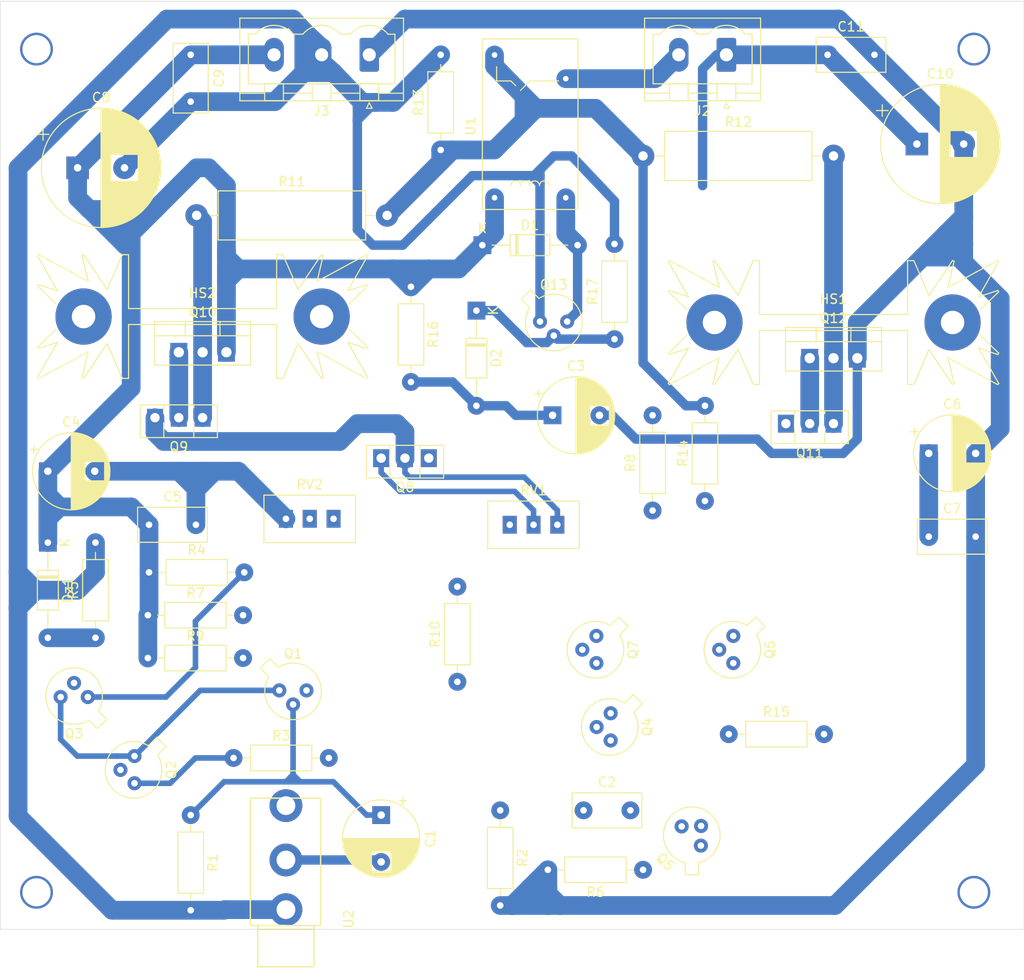
<source format=kicad_pcb>
(kicad_pcb (version 20171130) (host pcbnew "(5.1.5)-3")
  (layers (0 F.Cu signal) (31 B.Cu signal) (34 B.Paste user) (35 F.Paste user) (36 B.SilkS user) (37 F.SilkS user) (38 B.Mask user) (39 F.Mask user) (44 Edge.Cuts user))
  (net 0 "")
  (net 1 "Net-(C1-Pad1)")
  (net 2 "Net-(C1-Pad2)")
  (net 3 "Net-(C2-Pad1)")
  (net 4 "Net-(C2-Pad2)")
  (net 5 "Net-(C3-Pad1)")
  (net 6 -12V)
  (net 7 GND)
  (net 8 +12V)
  (net 9 "Net-(D1-Pad2)")
  (net 10 "Net-(D2-Pad1)")
  (net 11 "Net-(Dz1-Pad2)")
  (net 12 "Net-(Q1-Pad1)")
  (net 13 "Net-(Q2-Pad3)")
  (net 14 "Net-(Q2-Pad2)")
  (net 15 "Net-(Q3-Pad1)")
  (net 16 "Net-(Q4-Pad1)")
  (net 17 "Net-(Q5-Pad1)")
  (net 18 "Net-(Q6-Pad1)")
  (net 19 "Net-(Q6-Pad2)")
  (net 20 "Net-(Q6-Pad3)")
  (net 21 "Net-(Q7-Pad1)")
  (net 22 "Net-(Q8-Pad3)")
  (net 23 "Net-(Q10-Pad2)")
  (net 24 "Net-(Q10-Pad1)")
  (net 25 "Net-(Q11-Pad1)")
  (net 26 "Net-(Q11-Pad2)")
  (net 27 "Net-(R8-Pad1)")
  (net 28 "Net-(R10-Pad2)")
  (net 29 "Net-(R11-Pad2)")
  (net 30 "Net-(U2-PadTN)")
  (net 31 "Net-(J2-Pad2)")
  (module CmpAmpliAudio:CP_Radial_D8.0mm_P5.00mm (layer F.Cu) (at 66.04 112.268 270)
    (fp_text reference C1 (at 2.5 -5.25 90) (layer F.SilkS))
    (fp_text value 47u)
    (pad 1 thru_hole rect (at 0 0 270) (size 1.9 1.9) (drill 0.8) (layers *.Cu *.Mask) (net 1 "Net-(C1-Pad1)"))
    (pad 2 thru_hole circle (at 5 0 270) (size 1.9 1.9) (drill 0.8) (layers *.Cu *.Mask) (net 2 "Net-(C1-Pad2)"))
  )
  (module CmpAmpliAudio:C_Rect_L7.2mm_W3.5mm_P5.00mm_FKS2_FKP2_MKS2_MKP2 (layer F.Cu) (at 87.63 111.76)
    (fp_text reference C2 (at 2.5 -3) (layer F.SilkS))
    (fp_text value C)
    (pad 1 thru_hole circle (at 0 0) (size 1.9 1.9) (drill 0.7) (layers *.Cu *.Mask) (net 3 "Net-(C2-Pad1)"))
    (pad 2 thru_hole circle (at 5 0) (size 1.9 1.9) (drill 0.7) (layers *.Cu *.Mask) (net 4 "Net-(C2-Pad2)"))
  )
  (module CmpAmpliAudio:CP_Radial_D8.0mm_P5.00mm (layer F.Cu) (at 84.328 69.596)
    (fp_text reference C3 (at 2.5 -5.25) (layer F.SilkS))
    (fp_text value 47u)
    (pad 1 thru_hole rect (at 0 0) (size 1.9 1.9) (drill 0.8) (layers *.Cu *.Mask) (net 5 "Net-(C3-Pad1)"))
    (pad 2 thru_hole circle (at 5 0) (size 1.9 1.9) (drill 0.8) (layers *.Cu *.Mask) (net 6 -12V))
  )
  (module CmpAmpliAudio:CP_Radial_D8.0mm_P5.00mm (layer F.Cu) (at 30.48 75.565)
    (fp_text reference C4 (at 2.5 -5.25) (layer F.SilkS))
    (fp_text value 47u)
    (pad 2 thru_hole circle (at 5 0) (size 1.9 1.9) (drill 0.8) (layers *.Cu *.Mask) (net 7 GND))
    (pad 1 thru_hole rect (at 0 0) (size 1.9 1.9) (drill 0.8) (layers *.Cu *.Mask) (net 8 +12V))
  )
  (module CmpAmpliAudio:C_Rect_L7.2mm_W3.5mm_P5.00mm_FKS2_FKP2_MKS2_MKP2 (layer F.Cu) (at 41.275 81.28)
    (fp_text reference C5 (at 2.5 -3) (layer F.SilkS))
    (fp_text value 100n)
    (pad 1 thru_hole circle (at 0 0) (size 1.9 1.9) (drill 0.7) (layers *.Cu *.Mask) (net 8 +12V))
    (pad 2 thru_hole circle (at 5 0) (size 1.9 1.9) (drill 0.7) (layers *.Cu *.Mask) (net 7 GND))
  )
  (module CmpAmpliAudio:CP_Radial_D8.0mm_P5.00mm (layer F.Cu) (at 124.46 73.66)
    (fp_text reference C6 (at 2.5 -5.25) (layer F.SilkS))
    (fp_text value 47u)
    (pad 2 thru_hole circle (at 5 0) (size 1.9 1.9) (drill 0.8) (layers *.Cu *.Mask) (net 6 -12V))
    (pad 1 thru_hole rect (at 0 0) (size 1.9 1.9) (drill 0.8) (layers *.Cu *.Mask) (net 7 GND))
  )
  (module CmpAmpliAudio:C_Rect_L7.2mm_W3.5mm_P5.00mm_FKS2_FKP2_MKS2_MKP2 (layer F.Cu) (at 124.46 82.55)
    (fp_text reference C7 (at 2.5 -3) (layer F.SilkS))
    (fp_text value 100n)
    (pad 2 thru_hole circle (at 5 0) (size 1.9 1.9) (drill 0.7) (layers *.Cu *.Mask) (net 6 -12V))
    (pad 1 thru_hole circle (at 0 0) (size 1.9 1.9) (drill 0.7) (layers *.Cu *.Mask) (net 7 GND))
  )
  (module CmpAmpliAudio:CP_Radial_D12.5mm_P5.00mm (layer F.Cu) (at 33.655 43.18)
    (fp_text reference C8 (at 2.5 -7.5) (layer F.SilkS))
    (fp_text value 470u)
    (pad 2 thru_hole circle (at 5 0) (size 2.4 2.4) (drill 0.8) (layers *.Cu *.Mask) (net 7 GND))
    (pad 1 thru_hole rect (at 0 0) (size 2.4 2.4) (drill 0.8) (layers *.Cu *.Mask) (net 8 +12V))
  )
  (module CmpAmpliAudio:C_Rect_L7.2mm_W3.5mm_P5.00mm_FKS2_FKP2_MKS2_MKP2 (layer F.Cu) (at 45.72 31.115 270)
    (fp_text reference C9 (at 2.5 -3 90) (layer F.SilkS))
    (fp_text value 100n)
    (pad 1 thru_hole circle (at 0 0 270) (size 1.9 1.9) (drill 0.7) (layers *.Cu *.Mask) (net 8 +12V))
    (pad 2 thru_hole circle (at 5 0 270) (size 1.9 1.9) (drill 0.7) (layers *.Cu *.Mask) (net 7 GND))
  )
  (module CmpAmpliAudio:CP_Radial_D12.5mm_P5.00mm (layer F.Cu) (at 123.19 40.64)
    (fp_text reference C10 (at 2.5 -7.5) (layer F.SilkS))
    (fp_text value 470u)
    (pad 1 thru_hole rect (at 0 0) (size 2.4 2.4) (drill 0.8) (layers *.Cu *.Mask) (net 7 GND))
    (pad 2 thru_hole circle (at 5 0) (size 2.4 2.4) (drill 0.8) (layers *.Cu *.Mask) (net 6 -12V))
  )
  (module CmpAmpliAudio:C_Rect_L7.2mm_W3.5mm_P5.00mm_FKS2_FKP2_MKS2_MKP2 (layer F.Cu) (at 113.665 31.115)
    (fp_text reference C11 (at 2.5 -3) (layer F.SilkS))
    (fp_text value 100n)
    (pad 2 thru_hole circle (at 5 0) (size 1.9 1.9) (drill 0.7) (layers *.Cu *.Mask) (net 6 -12V))
    (pad 1 thru_hole circle (at 0 0) (size 1.9 1.9) (drill 0.7) (layers *.Cu *.Mask) (net 7 GND))
  )
  (module CmpAmpliAudio:D_DO-35_SOD27_P10.16mm_Horizontal (layer F.Cu) (at 76.835 51.435)
    (fp_text reference D1 (at 5.08 -2.12) (layer F.SilkS))
    (fp_text value 1N4148)
    (fp_text user K (at 0 -1.8) (layer F.SilkS))
    (pad 2 thru_hole oval (at 10.16 0) (size 1.9 1.9) (drill 0.7) (layers *.Cu *.Mask) (net 9 "Net-(D1-Pad2)"))
    (pad 1 thru_hole rect (at 0 0) (size 1.9 1.9) (drill 0.7) (layers *.Cu *.Mask) (net 8 +12V))
  )
  (module CmpAmpliAudio:D_DO-35_SOD27_P10.16mm_Horizontal (layer F.Cu) (at 76.2 58.42 270)
    (fp_text reference D2 (at 5.08 -2.12 90) (layer F.SilkS))
    (fp_text value 1N4148)
    (fp_text user K (at 0 -1.8 90) (layer F.SilkS))
    (pad 1 thru_hole rect (at 0 0 270) (size 1.9 1.9) (drill 0.7) (layers *.Cu *.Mask) (net 10 "Net-(D2-Pad1)"))
    (pad 2 thru_hole oval (at 10.16 0 270) (size 1.9 1.9) (drill 0.7) (layers *.Cu *.Mask) (net 5 "Net-(C3-Pad1)"))
  )
  (module CmpAmpliAudio:D_DO-35_SOD27_P10.16mm_Horizontal (layer F.Cu) (at 30.48 83.185 270)
    (fp_text reference Dz1 (at 5.08 -2.12 90) (layer F.SilkS))
    (fp_text value BZX55C5V1)
    (fp_text user K (at 0 -1.8 90) (layer F.SilkS))
    (pad 1 thru_hole rect (at 0 0 270) (size 1.9 1.9) (drill 0.7) (layers *.Cu *.Mask) (net 8 +12V))
    (pad 2 thru_hole oval (at 10.16 0 270) (size 1.9 1.9) (drill 0.7) (layers *.Cu *.Mask) (net 11 "Net-(Dz1-Pad2)"))
  )
  (module CmpAmpliAudio:Heatsink_Fischer_SK104-STC-STIC_35x13mm_2xDrill2.5mm (layer F.Cu) (at 114.3 59.69)
    (fp_text reference HS1 (at -0.025 -2.5) (layer F.SilkS))
    (fp_text value Heatsink)
    (pad 1 thru_hole circle (at -12.7 0 180) (size 6 6) (drill 2.5) (layers *.Cu *.Mask))
    (pad 1 thru_hole circle (at 12.7 0) (size 6 6) (drill 2.5) (layers *.Cu *.Mask))
  )
  (module CmpAmpliAudio:Heatsink_Fischer_SK104-STC-STIC_35x13mm_2xDrill2.5mm (layer F.Cu) (at 46.99 59.055)
    (fp_text reference HS2 (at -0.025 -2.5) (layer F.SilkS))
    (fp_text value Heatsink)
    (pad 1 thru_hole circle (at 12.7 0) (size 6 6) (drill 2.5) (layers *.Cu *.Mask))
    (pad 1 thru_hole circle (at -12.7 0 180) (size 6 6) (drill 2.5) (layers *.Cu *.Mask))
  )
  (module CmpAmpliAudio:PhoenixContact_MSTBVA_2,5_2-G-5,08_1x02_P5.08mm_Vertical (layer F.Cu) (at 102.87 31.115 180)
    (fp_text reference J2 (at 2.54 -6) (layer F.SilkS))
    (fp_text value Conn_01x02)
    (pad 1 thru_hole roundrect (at 0 0 180) (size 2.08 3.6) (drill 1.4) (layers *.Cu *.Mask) (roundrect_rratio 0.120192) (net 7 GND))
    (pad 2 thru_hole oval (at 5.08 0 180) (size 2.08 3.6) (drill 1.4) (layers *.Cu *.Mask) (net 31 "Net-(J2-Pad2)"))
  )
  (module CmpAmpliAudio:PhoenixContact_MSTBVA_2,5_3-G-5,08_1x03_P5.08mm_Vertical (layer F.Cu) (at 64.77 31.115 180)
    (fp_text reference J3 (at 5.08 -6) (layer F.SilkS))
    (fp_text value Conn_01x03)
    (pad 1 thru_hole roundrect (at 0 0 180) (size 2.08 3.6) (drill 1.4) (layers *.Cu *.Mask) (roundrect_rratio 0.120192) (net 6 -12V))
    (pad 2 thru_hole oval (at 5.08 0 180) (size 2.08 3.6) (drill 1.4) (layers *.Cu *.Mask) (net 7 GND))
    (pad 3 thru_hole oval (at 10.16 0 180) (size 2.08 3.6) (drill 1.4) (layers *.Cu *.Mask) (net 8 +12V))
  )
  (module CmpAmpliAudio:TO-18-3 (layer F.Cu) (at 55.372 99.06)
    (fp_text reference Q1 (at 1.27 -4.02) (layer F.SilkS))
    (fp_text value 2N2907)
    (pad 3 thru_hole circle (at 2.7 -0.1) (size 1.5 1.5) (drill 0.7) (layers *.Cu *.Mask) (net 3 "Net-(C2-Pad1)"))
    (pad 2 thru_hole circle (at 1.27 1.4) (size 1.5 1.5) (drill 0.7) (layers *.Cu *.Mask) (net 1 "Net-(C1-Pad1)"))
    (pad 1 thru_hole circle (at -0.2 -0.1) (size 1.5 1.5) (drill 0.7) (layers *.Cu *.Mask) (net 12 "Net-(Q1-Pad1)"))
  )
  (module CmpAmpliAudio:TO-18-3 (layer F.Cu) (at 39.624 106.172 270)
    (fp_text reference Q2 (at 1.27 -4.02 90) (layer F.SilkS))
    (fp_text value 2N2907)
    (pad 3 thru_hole circle (at 2.7 -0.1 270) (size 1.5 1.5) (drill 0.7) (layers *.Cu *.Mask) (net 13 "Net-(Q2-Pad3)"))
    (pad 2 thru_hole circle (at 1.27 1.4 270) (size 1.5 1.5) (drill 0.7) (layers *.Cu *.Mask) (net 14 "Net-(Q2-Pad2)"))
    (pad 1 thru_hole circle (at -0.2 -0.1 270) (size 1.5 1.5) (drill 0.7) (layers *.Cu *.Mask) (net 12 "Net-(Q1-Pad1)"))
  )
  (module CmpAmpliAudio:TO-18-3 (layer F.Cu) (at 34.544 99.568 180)
    (fp_text reference Q3 (at 1.27 -4.02) (layer F.SilkS))
    (fp_text value 2N2907)
    (pad 1 thru_hole circle (at -0.2 -0.1 180) (size 1.5 1.5) (drill 0.7) (layers *.Cu *.Mask) (net 15 "Net-(Q3-Pad1)"))
    (pad 2 thru_hole circle (at 1.27 1.4 180) (size 1.5 1.5) (drill 0.7) (layers *.Cu *.Mask) (net 11 "Net-(Dz1-Pad2)"))
    (pad 3 thru_hole circle (at 2.7 -0.1 180) (size 1.5 1.5) (drill 0.7) (layers *.Cu *.Mask) (net 12 "Net-(Q1-Pad1)"))
  )
  (module CmpAmpliAudio:TO-18-3 (layer F.Cu) (at 90.424 101.6 270)
    (fp_text reference Q4 (at 1.27 -4.02 90) (layer F.SilkS))
    (fp_text value 2N2222)
    (pad 3 thru_hole circle (at 2.7 -0.1 270) (size 1.5 1.5) (drill 0.7) (layers *.Cu *.Mask) (net 4 "Net-(C2-Pad2)"))
    (pad 2 thru_hole circle (at 1.27 1.4 270) (size 1.5 1.5) (drill 0.7) (layers *.Cu *.Mask) (net 3 "Net-(C2-Pad1)"))
    (pad 1 thru_hole circle (at -0.2 -0.1 270) (size 1.5 1.5) (drill 0.7) (layers *.Cu *.Mask) (net 16 "Net-(Q4-Pad1)"))
  )
  (module CmpAmpliAudio:TO-18-3 (layer F.Cu) (at 100.076 115.316 135)
    (fp_text reference Q5 (at 1.27 -4.02 135) (layer F.SilkS))
    (fp_text value 2N2222)
    (pad 1 thru_hole circle (at -0.2 -0.1 135) (size 1.5 1.5) (drill 0.7) (layers *.Cu *.Mask) (net 17 "Net-(Q5-Pad1)"))
    (pad 2 thru_hole circle (at 1.27 1.4 135) (size 1.5 1.5) (drill 0.7) (layers *.Cu *.Mask) (net 16 "Net-(Q4-Pad1)"))
    (pad 3 thru_hole circle (at 2.7 -0.1 135) (size 1.5 1.5) (drill 0.7) (layers *.Cu *.Mask) (net 4 "Net-(C2-Pad2)"))
  )
  (module CmpAmpliAudio:TO-18-3 (layer F.Cu) (at 103.505 93.345 270)
    (fp_text reference Q6 (at 1.27 -4.02 90) (layer F.SilkS))
    (fp_text value 2N2907)
    (pad 1 thru_hole circle (at -0.2 -0.1 270) (size 1.5 1.5) (drill 0.7) (layers *.Cu *.Mask) (net 18 "Net-(Q6-Pad1)"))
    (pad 2 thru_hole circle (at 1.27 1.4 270) (size 1.5 1.5) (drill 0.7) (layers *.Cu *.Mask) (net 19 "Net-(Q6-Pad2)"))
    (pad 3 thru_hole circle (at 2.7 -0.1 270) (size 1.5 1.5) (drill 0.7) (layers *.Cu *.Mask) (net 20 "Net-(Q6-Pad3)"))
  )
  (module CmpAmpliAudio:TO-18-3 (layer F.Cu) (at 88.9 93.345 270)
    (fp_text reference Q7 (at 1.27 -4.02 90) (layer F.SilkS))
    (fp_text value 2N2907)
    (pad 1 thru_hole circle (at -0.2 -0.1 270) (size 1.5 1.5) (drill 0.7) (layers *.Cu *.Mask) (net 21 "Net-(Q7-Pad1)"))
    (pad 2 thru_hole circle (at 1.27 1.4 270) (size 1.5 1.5) (drill 0.7) (layers *.Cu *.Mask) (net 19 "Net-(Q6-Pad2)"))
    (pad 3 thru_hole circle (at 2.7 -0.1 270) (size 1.5 1.5) (drill 0.7) (layers *.Cu *.Mask) (net 19 "Net-(Q6-Pad2)"))
  )
  (module CmpAmpliAudio:TO-126-3_Vertical (layer F.Cu) (at 71.12 74.168 180)
    (fp_text reference Q8 (at 2.54 -3.12) (layer F.SilkS))
    (fp_text value BD139)
    (pad 3 thru_hole rect (at 5.08 0 180) (size 1.7 1.9) (drill 1) (layers *.Cu *.Mask) (net 22 "Net-(Q8-Pad3)"))
    (pad 2 thru_hole rect (at 2.54 0 180) (size 1.7 1.9) (drill 1) (layers *.Cu *.Mask) (net 20 "Net-(Q6-Pad3)"))
    (pad 1 thru_hole rect (at 0 0 180) (size 1.7 1.9) (drill 1) (layers *.Cu *.Mask) (net 4 "Net-(C2-Pad2)"))
  )
  (module CmpAmpliAudio:TO-126-3_Vertical (layer F.Cu) (at 46.99 69.85 180)
    (fp_text reference Q9 (at 2.54 -3.12) (layer F.SilkS))
    (fp_text value BD139)
    (pad 1 thru_hole rect (at 0 0 180) (size 1.7 1.9) (drill 1) (layers *.Cu *.Mask) (net 23 "Net-(Q10-Pad2)"))
    (pad 2 thru_hole rect (at 2.54 0 180) (size 1.7 1.9) (drill 1) (layers *.Cu *.Mask) (net 24 "Net-(Q10-Pad1)"))
    (pad 3 thru_hole rect (at 5.08 0 180) (size 1.7 1.9) (drill 1) (layers *.Cu *.Mask) (net 20 "Net-(Q6-Pad3)"))
  )
  (module CmpAmpliAudio:TO-220-3_Vertical (layer F.Cu) (at 44.45 62.865)
    (fp_text reference Q10 (at 2.54 -4.27) (layer F.SilkS))
    (fp_text value TIP32)
    (pad 1 thru_hole rect (at 0 0) (size 1.8 2) (drill 1.1) (layers *.Cu *.Mask) (net 24 "Net-(Q10-Pad1)"))
    (pad 2 thru_hole rect (at 2.54 0) (size 1.8 2) (drill 1.1) (layers *.Cu *.Mask) (net 23 "Net-(Q10-Pad2)"))
    (pad 3 thru_hole rect (at 5.08 0) (size 1.8 2) (drill 1.1) (layers *.Cu *.Mask) (net 8 +12V))
  )
  (module CmpAmpliAudio:TO-126-3_Vertical (layer F.Cu) (at 114.3 70.485 180)
    (fp_text reference Q11 (at 2.54 -3.12) (layer F.SilkS))
    (fp_text value BD138)
    (pad 1 thru_hole rect (at 0 0 180) (size 1.7 1.9) (drill 1) (layers *.Cu *.Mask) (net 25 "Net-(Q11-Pad1)"))
    (pad 2 thru_hole rect (at 2.54 0 180) (size 1.7 1.9) (drill 1) (layers *.Cu *.Mask) (net 26 "Net-(Q11-Pad2)"))
    (pad 3 thru_hole rect (at 5.08 0 180) (size 1.7 1.9) (drill 1) (layers *.Cu *.Mask) (net 4 "Net-(C2-Pad2)"))
  )
  (module CmpAmpliAudio:TO-220-3_Vertical (layer F.Cu) (at 111.76 63.5)
    (fp_text reference Q12 (at 2.54 -4.27) (layer F.SilkS))
    (fp_text value TIP31)
    (pad 3 thru_hole rect (at 5.08 0) (size 1.8 2) (drill 1.1) (layers *.Cu *.Mask) (net 6 -12V))
    (pad 2 thru_hole rect (at 2.54 0) (size 1.8 2) (drill 1.1) (layers *.Cu *.Mask) (net 25 "Net-(Q11-Pad1)"))
    (pad 1 thru_hole rect (at 0 0) (size 1.8 2) (drill 1.1) (layers *.Cu *.Mask) (net 26 "Net-(Q11-Pad2)"))
  )
  (module CmpAmpliAudio:TO-18-3 (layer F.Cu) (at 83.185 59.69)
    (fp_text reference Q13 (at 1.27 -4.02) (layer F.SilkS))
    (fp_text value 2N2222)
    (pad 3 thru_hole circle (at 2.7 -0.1) (size 1.5 1.5) (drill 0.7) (layers *.Cu *.Mask) (net 9 "Net-(D1-Pad2)"))
    (pad 2 thru_hole circle (at 1.27 1.4) (size 1.5 1.5) (drill 0.7) (layers *.Cu *.Mask) (net 10 "Net-(D2-Pad1)"))
    (pad 1 thru_hole circle (at -0.2 -0.1) (size 1.5 1.5) (drill 0.7) (layers *.Cu *.Mask) (net 7 GND))
  )
  (module CmpAmpliAudio:R_Axial_DIN0207_L6.3mm_D2.5mm_P10.16mm_Horizontal (layer F.Cu) (at 45.72 112.268 270)
    (fp_text reference R1 (at 5.08 -2.37 90) (layer F.SilkS))
    (fp_text value R)
    (pad 2 thru_hole circle (at 10.16 0 270) (size 1.9 1.9) (drill 0.7) (layers *.Cu *.Mask) (net 7 GND))
    (pad 1 thru_hole circle (at 0 0 270) (size 1.9 1.9) (drill 0.7) (layers *.Cu *.Mask) (net 1 "Net-(C1-Pad1)"))
  )
  (module CmpAmpliAudio:R_Axial_DIN0207_L6.3mm_D2.5mm_P10.16mm_Horizontal (layer F.Cu) (at 78.74 111.76 270)
    (fp_text reference R2 (at 5.08 -2.37 90) (layer F.SilkS))
    (fp_text value R)
    (pad 2 thru_hole circle (at 10.16 0 270) (size 1.9 1.9) (drill 0.7) (layers *.Cu *.Mask) (net 6 -12V))
    (pad 1 thru_hole circle (at 0 0 270) (size 1.9 1.9) (drill 0.7) (layers *.Cu *.Mask) (net 3 "Net-(C2-Pad1)"))
  )
  (module CmpAmpliAudio:R_Axial_DIN0207_L6.3mm_D2.5mm_P10.16mm_Horizontal (layer F.Cu) (at 50.292 106.172)
    (fp_text reference R3 (at 5.08 -2.37) (layer F.SilkS))
    (fp_text value R)
    (pad 1 thru_hole circle (at 0 0) (size 1.9 1.9) (drill 0.7) (layers *.Cu *.Mask) (net 13 "Net-(Q2-Pad3)"))
    (pad 2 thru_hole circle (at 10.16 0) (size 1.9 1.9) (drill 0.7) (layers *.Cu *.Mask) (net 6 -12V))
  )
  (module CmpAmpliAudio:R_Axial_DIN0207_L6.3mm_D2.5mm_P10.16mm_Horizontal (layer F.Cu) (at 41.275 86.36)
    (fp_text reference R4 (at 5.08 -2.37) (layer F.SilkS))
    (fp_text value R)
    (pad 1 thru_hole circle (at 0 0) (size 1.9 1.9) (drill 0.7) (layers *.Cu *.Mask) (net 8 +12V))
    (pad 2 thru_hole circle (at 10.16 0) (size 1.9 1.9) (drill 0.7) (layers *.Cu *.Mask) (net 15 "Net-(Q3-Pad1)"))
  )
  (module CmpAmpliAudio:R_Axial_DIN0207_L6.3mm_D2.5mm_P10.16mm_Horizontal (layer F.Cu) (at 35.56 93.345 90)
    (fp_text reference R5 (at 5.08 -2.37 90) (layer F.SilkS))
    (fp_text value R)
    (pad 2 thru_hole circle (at 10.16 0 90) (size 1.9 1.9) (drill 0.7) (layers *.Cu *.Mask) (net 7 GND))
    (pad 1 thru_hole circle (at 0 0 90) (size 1.9 1.9) (drill 0.7) (layers *.Cu *.Mask) (net 11 "Net-(Dz1-Pad2)"))
  )
  (module CmpAmpliAudio:R_Axial_DIN0207_L6.3mm_D2.5mm_P10.16mm_Horizontal (layer F.Cu) (at 93.98 118.11 180)
    (fp_text reference R6 (at 5.08 -2.37) (layer F.SilkS))
    (fp_text value R)
    (pad 1 thru_hole circle (at 0 0 180) (size 1.9 1.9) (drill 0.7) (layers *.Cu *.Mask) (net 17 "Net-(Q5-Pad1)"))
    (pad 2 thru_hole circle (at 10.16 0 180) (size 1.9 1.9) (drill 0.7) (layers *.Cu *.Mask) (net 6 -12V))
  )
  (module CmpAmpliAudio:R_Axial_DIN0207_L6.3mm_D2.5mm_P10.16mm_Horizontal (layer F.Cu) (at 41.148 90.932)
    (fp_text reference R7 (at 5.08 -2.37) (layer F.SilkS))
    (fp_text value R)
    (pad 2 thru_hole circle (at 10.16 0) (size 1.9 1.9) (drill 0.7) (layers *.Cu *.Mask) (net 18 "Net-(Q6-Pad1)"))
    (pad 1 thru_hole circle (at 0 0) (size 1.9 1.9) (drill 0.7) (layers *.Cu *.Mask) (net 8 +12V))
  )
  (module CmpAmpliAudio:R_Axial_DIN0207_L6.3mm_D2.5mm_P10.16mm_Horizontal (layer F.Cu) (at 94.996 79.756 90)
    (fp_text reference R8 (at 5.08 -2.37 90) (layer F.SilkS))
    (fp_text value R)
    (pad 1 thru_hole circle (at 0 0 90) (size 1.9 1.9) (drill 0.7) (layers *.Cu *.Mask) (net 27 "Net-(R8-Pad1)"))
    (pad 2 thru_hole circle (at 10.16 0 90) (size 1.9 1.9) (drill 0.7) (layers *.Cu *.Mask) (net 4 "Net-(C2-Pad2)"))
  )
  (module CmpAmpliAudio:R_Axial_DIN0207_L6.3mm_D2.5mm_P10.16mm_Horizontal (layer F.Cu) (at 41.148 95.504)
    (fp_text reference R9 (at 5.08 -2.37) (layer F.SilkS))
    (fp_text value R)
    (pad 1 thru_hole circle (at 0 0) (size 1.9 1.9) (drill 0.7) (layers *.Cu *.Mask) (net 8 +12V))
    (pad 2 thru_hole circle (at 10.16 0) (size 1.9 1.9) (drill 0.7) (layers *.Cu *.Mask) (net 21 "Net-(Q7-Pad1)"))
  )
  (module CmpAmpliAudio:R_Axial_DIN0207_L6.3mm_D2.5mm_P10.16mm_Horizontal (layer F.Cu) (at 74.168 98.044 90)
    (fp_text reference R10 (at 5.08 -2.37 90) (layer F.SilkS))
    (fp_text value R)
    (pad 1 thru_hole circle (at 0 0 90) (size 1.9 1.9) (drill 0.7) (layers *.Cu *.Mask) (net 19 "Net-(Q6-Pad2)"))
    (pad 2 thru_hole circle (at 10.16 0 90) (size 1.9 1.9) (drill 0.7) (layers *.Cu *.Mask) (net 28 "Net-(R10-Pad2)"))
  )
  (module CmpAmpliAudio:R_Axial_DIN0516_L15.5mm_D5.0mm_P20.32mm_Horizontal (layer F.Cu) (at 46.355 48.26)
    (fp_text reference R11 (at 10.16 -3.62) (layer F.SilkS))
    (fp_text value R)
    (pad 2 thru_hole oval (at 20.32 0) (size 2.4 2.4) (drill 1) (layers *.Cu *.Mask) (net 29 "Net-(R11-Pad2)"))
    (pad 1 thru_hole circle (at 0 0) (size 2.4 2.4) (drill 1) (layers *.Cu *.Mask) (net 23 "Net-(Q10-Pad2)"))
  )
  (module CmpAmpliAudio:R_Axial_DIN0516_L15.5mm_D5.0mm_P20.32mm_Horizontal (layer F.Cu) (at 93.98 41.91)
    (fp_text reference R12 (at 10.16 -3.62) (layer F.SilkS))
    (fp_text value R)
    (pad 1 thru_hole circle (at 0 0) (size 2.4 2.4) (drill 1) (layers *.Cu *.Mask) (net 29 "Net-(R11-Pad2)"))
    (pad 2 thru_hole oval (at 20.32 0) (size 2.4 2.4) (drill 1) (layers *.Cu *.Mask) (net 25 "Net-(Q11-Pad1)"))
  )
  (module CmpAmpliAudio:R_Axial_DIN0207_L6.3mm_D2.5mm_P10.16mm_Horizontal (layer F.Cu) (at 72.39 41.275 90)
    (fp_text reference R13 (at 5.08 -2.37 90) (layer F.SilkS))
    (fp_text value R)
    (pad 2 thru_hole circle (at 10.16 0 90) (size 1.9 1.9) (drill 0.7) (layers *.Cu *.Mask) (net 7 GND))
    (pad 1 thru_hole circle (at 0 0 90) (size 1.9 1.9) (drill 0.7) (layers *.Cu *.Mask) (net 29 "Net-(R11-Pad2)"))
  )
  (module CmpAmpliAudio:R_Axial_DIN0207_L6.3mm_D2.5mm_P10.16mm_Horizontal (layer F.Cu) (at 100.584 78.74 90)
    (fp_text reference R14 (at 5.08 -2.37 90) (layer F.SilkS))
    (fp_text value R)
    (pad 2 thru_hole circle (at 10.16 0 90) (size 1.9 1.9) (drill 0.7) (layers *.Cu *.Mask) (net 29 "Net-(R11-Pad2)"))
    (pad 1 thru_hole circle (at 0 0 90) (size 1.9 1.9) (drill 0.7) (layers *.Cu *.Mask) (net 14 "Net-(Q2-Pad2)"))
  )
  (module CmpAmpliAudio:R_Axial_DIN0207_L6.3mm_D2.5mm_P10.16mm_Horizontal (layer F.Cu) (at 103.124 103.632)
    (fp_text reference R15 (at 5.08 -2.37) (layer F.SilkS))
    (fp_text value R)
    (pad 1 thru_hole circle (at 0 0) (size 1.9 1.9) (drill 0.7) (layers *.Cu *.Mask) (net 14 "Net-(Q2-Pad2)"))
    (pad 2 thru_hole circle (at 10.16 0) (size 1.9 1.9) (drill 0.7) (layers *.Cu *.Mask) (net 7 GND))
  )
  (module CmpAmpliAudio:R_Axial_DIN0207_L6.3mm_D2.5mm_P10.16mm_Horizontal (layer F.Cu) (at 69.215 55.88 270)
    (fp_text reference R16 (at 5.08 -2.37 90) (layer F.SilkS))
    (fp_text value R)
    (pad 2 thru_hole circle (at 10.16 0 270) (size 1.9 1.9) (drill 0.7) (layers *.Cu *.Mask) (net 5 "Net-(C3-Pad1)"))
    (pad 1 thru_hole circle (at 0 0 270) (size 1.9 1.9) (drill 0.7) (layers *.Cu *.Mask) (net 8 +12V))
  )
  (module CmpAmpliAudio:R_Axial_DIN0207_L6.3mm_D2.5mm_P10.16mm_Horizontal (layer F.Cu) (at 90.932 61.468 90)
    (fp_text reference R17 (at 5.08 -2.37 90) (layer F.SilkS))
    (fp_text value R)
    (pad 2 thru_hole circle (at 10.16 0 90) (size 1.9 1.9) (drill 0.7) (layers *.Cu *.Mask) (net 7 GND))
    (pad 1 thru_hole circle (at 0 0 90) (size 1.9 1.9) (drill 0.7) (layers *.Cu *.Mask) (net 10 "Net-(D2-Pad1)"))
  )
  (module CmpAmpliAudio:Potentiometer_Bourns_3296W_Vertical (layer F.Cu) (at 84.836 81.28)
    (fp_text reference RV1 (at -2.54 -3.66) (layer F.SilkS))
    (fp_text value R_POT)
    (pad 1 thru_hole rect (at 0 0) (size 1.5 1.9) (drill 0.7) (layers *.Cu *.Mask) (net 20 "Net-(Q6-Pad3)"))
    (pad 2 thru_hole rect (at -2.54 0) (size 1.5 1.9) (drill 0.7) (layers *.Cu *.Mask) (net 22 "Net-(Q8-Pad3)"))
    (pad 3 thru_hole rect (at -5.08 0) (size 1.5 1.9) (drill 0.7) (layers *.Cu *.Mask) (net 27 "Net-(R8-Pad1)"))
  )
  (module CmpAmpliAudio:Potentiometer_Bourns_3296W_Vertical (layer F.Cu) (at 60.96 80.645)
    (fp_text reference RV2 (at -2.54 -3.66) (layer F.SilkS))
    (fp_text value R_POT)
    (pad 3 thru_hole rect (at -5.08 0) (size 1.5 1.9) (drill 0.7) (layers *.Cu *.Mask) (net 7 GND))
    (pad 2 thru_hole rect (at -2.54 0) (size 1.5 1.9) (drill 0.7) (layers *.Cu *.Mask) (net 28 "Net-(R10-Pad2)"))
    (pad 1 thru_hole rect (at 0 0) (size 1.5 1.9) (drill 0.7) (layers *.Cu *.Mask) (net 28 "Net-(R10-Pad2)"))
  )
  (module CmpAmpliAudio:Relay_OJ-SS-112LMH2,005 (layer F.Cu) (at 76.835 47.625 90)
    (fp_text reference U1 (at 8.89 -1.27 90) (layer F.SilkS))
    (fp_text value RelayCT)
    (pad c2 thru_hole circle (at 16.49 1.3 90) (size 1.7 1.7) (drill 0.6) (layers *.Cu *.Mask) (net 29 "Net-(R11-Pad2)"))
    (pad c1 thru_hole circle (at 13.96 8.9 90) (size 1.7 1.7) (drill 0.6) (layers *.Cu *.Mask) (net 31 "Net-(J2-Pad2)"))
    (pad b1 thru_hole circle (at 1.25 8.9 90) (size 1.7 1.7) (drill 0.6) (layers *.Cu *.Mask) (net 9 "Net-(D1-Pad2)"))
    (pad b2 thru_hole circle (at 1.25 1.3 90) (size 1.7 1.7) (drill 0.6) (layers *.Cu *.Mask) (net 8 +12V))
  )
  (module CmpAmpliAudio:Jack_35RAPC2AV (layer F.Cu) (at 55.88 124.46 90)
    (fp_text reference U2 (at 1.1 6.7 90) (layer F.SilkS))
    (fp_text value Jack_Mono)
    (pad TN thru_hole circle (at 13.2 0 90) (size 3.5 3.5) (drill 2) (layers *.Cu *.Mask) (net 30 "Net-(U2-PadTN)"))
    (pad G thru_hole circle (at 2.1 0 90) (size 3.5 3.5) (drill 2) (layers *.Cu *.Mask) (net 7 GND))
    (pad T thru_hole circle (at 7.4 0 90) (size 3.5 3.5) (drill 2) (layers *.Cu *.Mask) (net 2 "Net-(C1-Pad2)"))
  )
  (gr_line (start 134.62 25.4) (end 25.4 25.4) (layer Edge.Cuts) (width 0.05))
  (gr_line (start 134.62 124.46) (end 134.62 25.4) (layer Edge.Cuts) (width 0.05))
  (gr_line (start 25.4 124.46) (end 134.62 124.46) (layer Edge.Cuts) (width 0.05))
  (gr_line (start 25.4 25.4) (end 25.4 124.46) (layer Edge.Cuts) (width 0.05))
  (via (at 29.27 120.51) (size 3.5) (drill 3) (layers F.Cu B.Cu) (net 0))
  (via (at 129.27 120.51) (size 3.5) (drill 3) (layers F.Cu B.Cu) (net 0))
  (via (at 129.27 30.51) (size 3.5) (drill 3) (layers F.Cu B.Cu) (net 0))
  (via (at 29.27 30.51) (size 3.5) (drill 3) (layers F.Cu B.Cu) (net 0))
  (segment (start 45.72 112.268) (end 49.276 108.712) (width 0.6) (layer B.Cu) (net 1))
  (segment (start 49.276 108.712) (end 55.88 108.712) (width 0.6) (layer B.Cu) (net 1))
  (segment (start 56.642 107.95) (end 56.642 100.46) (width 0.6) (layer B.Cu) (net 1))
  (segment (start 64.49 112.268) (end 60.934 108.712) (width 0.6) (layer B.Cu) (net 1))
  (segment (start 66.04 112.268) (end 64.49 112.268) (width 0.6) (layer B.Cu) (net 1))
  (segment (start 56.642 107.95) (end 57.404 108.712) (width 0.6) (layer B.Cu) (net 1))
  (segment (start 60.934 108.712) (end 57.404 108.712) (width 0.6) (layer B.Cu) (net 1))
  (segment (start 56.388 108.204) (end 56.642 107.95) (width 0.6) (layer B.Cu) (net 1))
  (segment (start 55.88 108.712) (end 56.388 108.204) (width 0.6) (layer B.Cu) (net 1))
  (segment (start 56.896 108.712) (end 55.88 108.712) (width 0.6) (layer B.Cu) (net 1))
  (segment (start 56.896 108.712) (end 56.388 108.204) (width 0.6) (layer B.Cu) (net 1))
  (segment (start 57.404 108.712) (end 56.896 108.712) (width 0.6) (layer B.Cu) (net 1))
  (segment (start 65.832 117.06) (end 66.04 117.268) (width 1) (layer B.Cu) (net 2))
  (segment (start 55.88 117.06) (end 65.832 117.06) (width 1) (layer B.Cu) (net 2))
  (segment (start 76.2 68.58) (end 79.375 68.58) (width 1) (layer B.Cu) (net 5))
  (segment (start 76.2 68.58) (end 73.66 66.04) (width 1) (layer B.Cu) (net 5))
  (segment (start 73.66 66.04) (end 69.215 66.04) (width 1) (layer B.Cu) (net 5))
  (segment (start 80.391 69.596) (end 84.328 69.596) (width 1) (layer B.Cu) (net 5))
  (segment (start 79.375 68.58) (end 80.391 69.596) (width 1) (layer B.Cu) (net 5))
  (segment (start 114.855 27.305) (end 118.665 31.115) (width 2) (layer B.Cu) (net 6))
  (segment (start 64.77 31.115) (end 68.58 27.305) (width 2) (layer B.Cu) (net 6))
  (segment (start 68.58 27.305) (end 114.855 27.305) (width 2) (layer B.Cu) (net 6))
  (segment (start 118.665 31.115) (end 128.19 40.64) (width 2) (layer B.Cu) (net 6))
  (segment (start 128.19 40.64) (end 128.19 48.34) (width 2) (layer B.Cu) (net 6))
  (segment (start 116.84 59.69) (end 116.84 63.5) (width 2) (layer B.Cu) (net 6))
  (segment (start 128.19 53.26) (end 132.08 57.15) (width 2) (layer B.Cu) (net 6))
  (segment (start 132.08 71.04) (end 129.46 73.66) (width 2) (layer B.Cu) (net 6))
  (segment (start 132.08 57.15) (end 132.08 71.04) (width 2) (layer B.Cu) (net 6))
  (segment (start 129.46 73.66) (end 129.46 82.55) (width 2) (layer B.Cu) (net 6))
  (segment (start 123.825 52.705) (end 116.84 59.69) (width 2) (layer B.Cu) (net 6))
  (segment (start 127.635 52.705) (end 128.19 53.26) (width 2) (layer B.Cu) (net 6))
  (segment (start 127.555 51.355) (end 126.365 50.165) (width 2) (layer B.Cu) (net 6))
  (segment (start 128.19 51.355) (end 127.555 51.355) (width 2) (layer B.Cu) (net 6))
  (segment (start 128.19 48.34) (end 126.365 50.165) (width 2) (layer B.Cu) (net 6))
  (segment (start 128.19 48.34) (end 128.19 51.355) (width 2) (layer B.Cu) (net 6))
  (segment (start 126.365 50.165) (end 123.825 52.705) (width 2) (layer B.Cu) (net 6))
  (segment (start 128.19 51.355) (end 128.19 53.26) (width 2) (layer B.Cu) (net 6))
  (segment (start 126.365 50.165) (end 126.365 52.705) (width 2) (layer B.Cu) (net 6))
  (segment (start 123.825 52.705) (end 126.365 52.705) (width 2) (layer B.Cu) (net 6))
  (segment (start 126.365 52.705) (end 127.635 52.705) (width 2) (layer B.Cu) (net 6))
  (segment (start 80.083502 121.92) (end 78.74 121.92) (width 2) (layer B.Cu) (net 6))
  (segment (start 129.46 106.915002) (end 114.455002 121.92) (width 2) (layer B.Cu) (net 6))
  (segment (start 129.46 82.55) (end 129.46 106.915002) (width 2) (layer B.Cu) (net 6))
  (segment (start 83.82 118.11) (end 82.870001 119.059999) (width 2) (layer B.Cu) (net 6))
  (segment (start 80.01 121.92) (end 80.083502 121.92) (width 2) (layer B.Cu) (net 6))
  (segment (start 83.82 121.92) (end 80.01 121.92) (width 2) (layer B.Cu) (net 6))
  (segment (start 83.82 121.92) (end 81.915 120.015) (width 2) (layer B.Cu) (net 6))
  (segment (start 82.870001 119.059999) (end 81.915 120.015) (width 2) (layer B.Cu) (net 6))
  (segment (start 81.915 120.015) (end 80.01 121.92) (width 2) (layer B.Cu) (net 6))
  (segment (start 83.82 120.65) (end 85.09 121.92) (width 2) (layer B.Cu) (net 6))
  (segment (start 83.82 121.92) (end 83.82 120.015) (width 2) (layer B.Cu) (net 6))
  (segment (start 83.82 120.015) (end 83.82 120.65) (width 2) (layer B.Cu) (net 6))
  (segment (start 83.82 120.015) (end 83.82 118.11) (width 2) (layer B.Cu) (net 6))
  (segment (start 85.09 121.92) (end 83.82 121.92) (width 2) (layer B.Cu) (net 6))
  (segment (start 114.455002 121.92) (end 85.09 121.92) (width 2) (layer B.Cu) (net 6))
  (segment (start 115.316 73.66) (end 116.84 72.136) (width 1) (layer B.Cu) (net 6))
  (segment (start 116.84 72.136) (end 116.84 63.5) (width 1) (layer B.Cu) (net 6))
  (segment (start 90.671502 69.596) (end 93.211502 72.136) (width 1) (layer B.Cu) (net 6))
  (segment (start 107.696 73.66) (end 115.316 73.66) (width 1) (layer B.Cu) (net 6))
  (segment (start 93.211502 72.136) (end 106.172 72.136) (width 1) (layer B.Cu) (net 6))
  (segment (start 89.328 69.596) (end 90.671502 69.596) (width 1) (layer B.Cu) (net 6))
  (segment (start 106.172 72.136) (end 107.696 73.66) (width 1) (layer B.Cu) (net 6))
  (segment (start 102.87 31.115) (end 113.745 31.115) (width 2) (layer B.Cu) (net 7))
  (segment (start 113.745 31.195) (end 123.19 40.64) (width 2) (layer B.Cu) (net 7))
  (segment (start 113.745 31.115) (end 113.745 31.195) (width 2) (layer B.Cu) (net 7))
  (segment (start 54.69 36.115) (end 45.72 36.115) (width 2) (layer B.Cu) (net 7))
  (segment (start 45.72 36.115) (end 38.655 43.18) (width 2) (layer B.Cu) (net 7))
  (segment (start 59.69 31.115) (end 59.69 31.875) (width 2) (layer B.Cu) (net 7))
  (segment (start 67.31 36.195) (end 72.39 31.115) (width 2) (layer B.Cu) (net 7))
  (segment (start 124.46 82.55) (end 124.46 73.66) (width 2) (layer B.Cu) (net 7))
  (segment (start 101.83 31.115) (end 100.33 32.615) (width 1) (layer B.Cu) (net 7))
  (segment (start 102.87 31.115) (end 101.83 31.115) (width 1) (layer B.Cu) (net 7))
  (segment (start 100.33 32.615) (end 100.33 45.085) (width 1) (layer B.Cu) (net 7))
  (segment (start 86.36 41.91) (end 84.455 41.91) (width 1) (layer B.Cu) (net 7))
  (segment (start 82.985 43.38) (end 82.985 44.015) (width 1) (layer B.Cu) (net 7))
  (segment (start 65.405 36.195) (end 67.31 36.195) (width 2) (layer B.Cu) (net 7))
  (segment (start 64.01 36.195) (end 65.405 36.195) (width 2) (layer B.Cu) (net 7))
  (segment (start 63.5 38.1) (end 65.405 36.195) (width 1) (layer B.Cu) (net 7))
  (segment (start 75.765 44.015) (end 68.345 51.435) (width 1) (layer B.Cu) (net 7))
  (segment (start 63.5 36.705) (end 64.01 36.195) (width 1) (layer B.Cu) (net 7))
  (segment (start 63.5 38.1) (end 63.5 36.705) (width 1) (layer B.Cu) (net 7))
  (segment (start 82.985 43.38) (end 83.185 43.18) (width 1) (layer B.Cu) (net 7))
  (segment (start 84.455 41.91) (end 83.185 43.18) (width 1) (layer B.Cu) (net 7))
  (segment (start 33.655 88.265) (end 35.56 86.36) (width 2) (layer B.Cu) (net 7))
  (segment (start 29.21 88.265) (end 33.655 88.265) (width 2) (layer B.Cu) (net 7))
  (segment (start 35.56 86.36) (end 35.56 83.185) (width 2) (layer B.Cu) (net 7))
  (segment (start 56.64 27.305) (end 43.18 27.305) (width 2) (layer B.Cu) (net 7))
  (segment (start 59.69 31.115) (end 59.69 30.355) (width 2) (layer B.Cu) (net 7))
  (segment (start 43.18 27.305) (end 27.305 43.18) (width 2) (layer B.Cu) (net 7))
  (segment (start 27.305 86.36) (end 29.21 88.265) (width 2) (layer B.Cu) (net 7))
  (segment (start 27.305 43.18) (end 27.305 86.36) (width 2) (layer B.Cu) (net 7))
  (segment (start 35.56 75.645) (end 35.48 75.565) (width 2) (layer B.Cu) (net 7))
  (segment (start 82.115 44.015) (end 82.35 44.015) (width 1) (layer B.Cu) (net 7))
  (segment (start 82.115 44.015) (end 75.765 44.015) (width 1) (layer B.Cu) (net 7))
  (segment (start 82.35 44.015) (end 82.985 43.38) (width 1) (layer B.Cu) (net 7))
  (segment (start 82.985 44.015) (end 82.115 44.015) (width 1) (layer B.Cu) (net 7))
  (segment (start 82.985 44.885) (end 82.115 44.015) (width 1) (layer B.Cu) (net 7))
  (segment (start 82.985 44.885) (end 82.985 59.59) (width 1) (layer B.Cu) (net 7))
  (segment (start 82.985 44.015) (end 82.985 44.885) (width 1) (layer B.Cu) (net 7))
  (segment (start 57.785 33.02) (end 60.96 33.02) (width 2) (layer B.Cu) (net 7))
  (segment (start 60.96 33.02) (end 64.01 36.195) (width 2) (layer B.Cu) (net 7))
  (segment (start 59.69 31.875) (end 60.96 33.02) (width 2) (layer B.Cu) (net 7))
  (segment (start 57.785 33.02) (end 54.69 36.115) (width 2) (layer B.Cu) (net 7))
  (segment (start 59.69 31.115) (end 57.785 33.02) (width 2) (layer B.Cu) (net 7))
  (segment (start 57.785 33.02) (end 57.785 28.575) (width 2) (layer B.Cu) (net 7))
  (segment (start 59.69 30.355) (end 57.785 28.575) (width 2) (layer B.Cu) (net 7))
  (segment (start 57.785 28.575) (end 56.64 27.305) (width 2) (layer B.Cu) (net 7))
  (segment (start 50.88 75.645) (end 55.88 80.645) (width 2) (layer B.Cu) (net 7))
  (segment (start 50.8 75.565) (end 50.88 75.645) (width 2) (layer B.Cu) (net 7))
  (segment (start 46.275 76.28) (end 46.99 75.565) (width 2) (layer B.Cu) (net 7))
  (segment (start 44.45 75.565) (end 46.99 75.565) (width 2) (layer B.Cu) (net 7))
  (segment (start 46.275 77.39) (end 46.275 76.28) (width 2) (layer B.Cu) (net 7))
  (segment (start 46.275 77.39) (end 44.45 75.565) (width 2) (layer B.Cu) (net 7))
  (segment (start 35.48 75.565) (end 44.45 75.565) (width 2) (layer B.Cu) (net 7))
  (segment (start 46.275 81.28) (end 46.275 77.39) (width 2) (layer B.Cu) (net 7))
  (segment (start 46.435 77.39) (end 48.26 75.565) (width 2) (layer B.Cu) (net 7))
  (segment (start 46.275 77.39) (end 46.435 77.39) (width 2) (layer B.Cu) (net 7))
  (segment (start 46.99 75.565) (end 48.26 75.565) (width 2) (layer B.Cu) (net 7))
  (segment (start 48.26 75.565) (end 50.8 75.565) (width 2) (layer B.Cu) (net 7))
  (segment (start 29.21 88.265) (end 27.305 90.17) (width 2) (layer B.Cu) (net 7))
  (segment (start 27.305 86.36) (end 27.305 90.17) (width 2) (layer B.Cu) (net 7))
  (segment (start 55.88 122.36) (end 49.335 122.36) (width 2) (layer B.Cu) (net 7))
  (segment (start 65.151 51.435) (end 63.5 49.784) (width 1) (layer B.Cu) (net 7))
  (segment (start 63.5 49.784) (end 63.5 38.1) (width 1) (layer B.Cu) (net 7))
  (segment (start 68.345 51.435) (end 65.151 51.435) (width 1) (layer B.Cu) (net 7))
  (segment (start 49.267 122.428) (end 45.72 122.428) (width 2) (layer B.Cu) (net 7))
  (segment (start 49.335 122.36) (end 49.267 122.428) (width 2) (layer B.Cu) (net 7))
  (segment (start 27.305 112.395) (end 27.305 90.17) (width 2) (layer B.Cu) (net 7))
  (segment (start 45.72 122.428) (end 37.338 122.428) (width 2) (layer B.Cu) (net 7))
  (segment (start 37.338 122.428) (end 27.305 112.395) (width 2) (layer B.Cu) (net 7))
  (segment (start 90.932 51.308) (end 90.932 46.736) (width 1) (layer B.Cu) (net 7))
  (segment (start 90.932 46.736) (end 86.36 41.91) (width 1) (layer B.Cu) (net 7))
  (segment (start 54.61 31.115) (end 45.72 31.115) (width 2) (layer B.Cu) (net 8))
  (segment (start 45.72 31.115) (end 33.655 43.18) (width 2) (layer B.Cu) (net 8))
  (segment (start 47.625 43.18) (end 49.53 45.085) (width 2) (layer B.Cu) (net 8))
  (segment (start 33.655 43.18) (end 33.655 46.38) (width 2) (layer B.Cu) (net 8))
  (segment (start 33.655 46.38) (end 34.9 47.625) (width 2) (layer B.Cu) (net 8))
  (segment (start 41.91 47.625) (end 46.355 43.18) (width 2) (layer B.Cu) (net 8))
  (segment (start 46.355 43.18) (end 47.625 43.18) (width 2) (layer B.Cu) (net 8))
  (segment (start 49.53 56.515) (end 49.53 62.865) (width 2) (layer B.Cu) (net 8))
  (segment (start 78.135 50.135) (end 76.835 51.435) (width 2) (layer B.Cu) (net 8))
  (segment (start 78.135 46.375) (end 78.135 50.135) (width 2) (layer B.Cu) (net 8))
  (segment (start 69.215 55.88) (end 67.31 53.975) (width 2) (layer B.Cu) (net 8))
  (segment (start 49.53 52.705) (end 50.8 53.975) (width 2) (layer B.Cu) (net 8))
  (segment (start 49.53 45.085) (end 49.53 52.07) (width 2) (layer B.Cu) (net 8))
  (segment (start 49.53 52.07) (end 49.53 52.705) (width 2) (layer B.Cu) (net 8))
  (segment (start 49.53 52.07) (end 49.53 53.975) (width 2) (layer B.Cu) (net 8))
  (segment (start 67.31 53.975) (end 50.8 53.975) (width 2) (layer B.Cu) (net 8))
  (segment (start 50.8 53.975) (end 49.53 53.975) (width 2) (layer B.Cu) (net 8))
  (segment (start 50.8 53.975) (end 49.53 55.245) (width 2) (layer B.Cu) (net 8))
  (segment (start 49.53 53.975) (end 49.53 55.245) (width 2) (layer B.Cu) (net 8))
  (segment (start 49.53 55.245) (end 49.53 56.515) (width 2) (layer B.Cu) (net 8))
  (segment (start 74.93 53.34) (end 76.835 51.435) (width 2) (layer B.Cu) (net 8))
  (segment (start 39.37 50.165) (end 41.91 47.625) (width 2) (layer B.Cu) (net 8))
  (segment (start 30.48 75.565) (end 39.37 66.675) (width 2) (layer B.Cu) (net 8))
  (segment (start 39.37 49.53) (end 37.465 47.625) (width 2) (layer B.Cu) (net 8))
  (segment (start 39.37 50.165) (end 39.37 49.53) (width 2) (layer B.Cu) (net 8))
  (segment (start 37.465 47.625) (end 41.91 47.625) (width 2) (layer B.Cu) (net 8))
  (segment (start 39.37 50.165) (end 38.735 50.165) (width 2) (layer B.Cu) (net 8))
  (segment (start 38.735 50.165) (end 36.195 47.625) (width 2) (layer B.Cu) (net 8))
  (segment (start 36.195 47.625) (end 37.465 47.625) (width 2) (layer B.Cu) (net 8))
  (segment (start 38.735 51.435) (end 34.925 47.625) (width 2) (layer B.Cu) (net 8))
  (segment (start 34.925 47.625) (end 36.195 47.625) (width 2) (layer B.Cu) (net 8))
  (segment (start 39.37 51.435) (end 38.735 51.435) (width 2) (layer B.Cu) (net 8))
  (segment (start 39.37 51.435) (end 39.37 50.165) (width 2) (layer B.Cu) (net 8))
  (segment (start 34.9 47.625) (end 34.925 47.625) (width 2) (layer B.Cu) (net 8))
  (segment (start 39.37 66.675) (end 39.37 51.435) (width 2) (layer B.Cu) (net 8))
  (segment (start 67.31 53.975) (end 71.12 53.975) (width 2) (layer B.Cu) (net 8))
  (segment (start 69.215 55.88) (end 71.12 53.975) (width 2) (layer B.Cu) (net 8))
  (segment (start 74.295 53.975) (end 74.93 53.34) (width 2) (layer B.Cu) (net 8))
  (segment (start 71.12 53.975) (end 74.295 53.975) (width 2) (layer B.Cu) (net 8))
  (segment (start 30.48 78.105) (end 31.75 79.375) (width 2) (layer B.Cu) (net 8))
  (segment (start 30.48 75.565) (end 30.48 78.105) (width 2) (layer B.Cu) (net 8))
  (segment (start 31.75 79.375) (end 39.37 79.375) (width 2) (layer B.Cu) (net 8))
  (segment (start 39.37 79.375) (end 41.275 81.28) (width 2) (layer B.Cu) (net 8))
  (segment (start 30.48 80.645) (end 31.75 79.375) (width 2) (layer B.Cu) (net 8))
  (segment (start 30.48 80.645) (end 30.48 83.185) (width 2) (layer B.Cu) (net 8))
  (segment (start 30.48 78.105) (end 30.48 80.645) (width 2) (layer B.Cu) (net 8))
  (segment (start 41.275 81.28) (end 41.275 86.36) (width 2) (layer B.Cu) (net 8))
  (segment (start 41.275 90.805) (end 41.148 90.932) (width 2) (layer B.Cu) (net 8))
  (segment (start 41.275 86.36) (end 41.275 90.805) (width 2) (layer B.Cu) (net 8))
  (segment (start 41.148 95.504) (end 41.148 90.932) (width 2) (layer B.Cu) (net 8))
  (segment (start 85.735 50.175) (end 86.995 51.435) (width 2) (layer B.Cu) (net 9))
  (segment (start 85.735 46.375) (end 85.735 50.175) (width 2) (layer B.Cu) (net 9))
  (segment (start 86.995 58.48) (end 85.885 59.59) (width 1) (layer B.Cu) (net 9))
  (segment (start 86.995 51.435) (end 86.995 58.48) (width 1) (layer B.Cu) (net 9))
  (segment (start 83.705001 61.839999) (end 84.455 61.09) (width 1) (layer B.Cu) (net 10))
  (segment (start 81.569999 61.839999) (end 83.705001 61.839999) (width 1) (layer B.Cu) (net 10))
  (segment (start 78.15 58.42) (end 81.569999 61.839999) (width 1) (layer B.Cu) (net 10))
  (segment (start 76.2 58.42) (end 78.15 58.42) (width 1) (layer B.Cu) (net 10))
  (segment (start 84.833 61.468) (end 90.932 61.468) (width 1) (layer B.Cu) (net 10))
  (segment (start 84.455 61.09) (end 84.833 61.468) (width 1) (layer B.Cu) (net 10))
  (segment (start 30.48 93.345) (end 35.56 93.345) (width 2) (layer B.Cu) (net 11))
  (segment (start 31.844 104.188) (end 33.628 105.972) (width 0.6) (layer B.Cu) (net 12))
  (segment (start 31.844 99.668) (end 31.844 104.188) (width 0.6) (layer B.Cu) (net 12))
  (segment (start 37.9 105.972) (end 39.724 105.972) (width 0.6) (layer B.Cu) (net 12))
  (segment (start 33.628 105.972) (end 37.9 105.972) (width 0.6) (layer B.Cu) (net 12))
  (segment (start 46.736 98.96) (end 55.172 98.96) (width 0.6) (layer B.Cu) (net 12))
  (segment (start 39.724 105.972) (end 46.736 98.96) (width 0.6) (layer B.Cu) (net 12))
  (segment (start 39.724 108.872) (end 43.528 108.872) (width 0.6) (layer B.Cu) (net 13))
  (segment (start 46.228 106.172) (end 50.292 106.172) (width 0.6) (layer B.Cu) (net 13))
  (segment (start 43.528 108.872) (end 46.228 106.172) (width 0.6) (layer B.Cu) (net 13))
  (segment (start 34.744 99.668) (end 43.08 99.668) (width 0.6) (layer B.Cu) (net 15))
  (segment (start 43.08 99.668) (end 46.228 96.52) (width 0.6) (layer B.Cu) (net 15))
  (segment (start 46.228 91.567) (end 51.435 86.36) (width 0.6) (layer B.Cu) (net 15))
  (segment (start 46.228 96.52) (end 46.228 91.567) (width 0.6) (layer B.Cu) (net 15))
  (segment (start 68.58 71.345) (end 68.58 74.295) (width 2) (layer B.Cu) (net 20))
  (segment (start 67.72 70.485) (end 68.58 71.345) (width 2) (layer B.Cu) (net 20))
  (segment (start 41.91 71.450002) (end 42.849998 72.39) (width 2) (layer B.Cu) (net 20))
  (segment (start 42.849998 72.39) (end 61.595 72.39) (width 2) (layer B.Cu) (net 20))
  (segment (start 61.595 72.39) (end 63.5 70.485) (width 2) (layer B.Cu) (net 20))
  (segment (start 41.91 69.85) (end 41.91 71.450002) (width 2) (layer B.Cu) (net 20))
  (segment (start 63.5 70.485) (end 67.72 70.485) (width 2) (layer B.Cu) (net 20))
  (segment (start 84.836 79.73) (end 84.836 81.28) (width 0.6) (layer B.Cu) (net 20))
  (segment (start 81.306 76.2) (end 84.836 79.73) (width 0.6) (layer B.Cu) (net 20))
  (segment (start 69.062 76.2) (end 81.306 76.2) (width 0.6) (layer B.Cu) (net 20))
  (segment (start 68.58 75.718) (end 69.062 76.2) (width 0.6) (layer B.Cu) (net 20))
  (segment (start 68.58 74.168) (end 68.58 75.718) (width 0.6) (layer B.Cu) (net 20))
  (segment (start 66.04 75.718) (end 68.046 77.724) (width 0.6) (layer B.Cu) (net 22))
  (segment (start 66.04 74.168) (end 66.04 75.718) (width 0.6) (layer B.Cu) (net 22))
  (segment (start 82.296 79.73) (end 82.296 81.28) (width 0.6) (layer B.Cu) (net 22))
  (segment (start 80.29 77.724) (end 82.296 79.73) (width 0.6) (layer B.Cu) (net 22))
  (segment (start 68.046 77.724) (end 80.29 77.724) (width 0.6) (layer B.Cu) (net 22))
  (segment (start 46.99 48.895) (end 46.99 62.865) (width 2) (layer B.Cu) (net 23))
  (segment (start 46.355 48.26) (end 46.99 48.895) (width 2) (layer B.Cu) (net 23))
  (segment (start 46.99 62.865) (end 46.99 69.85) (width 2) (layer B.Cu) (net 23))
  (segment (start 44.45 62.865) (end 44.45 69.85) (width 2) (layer B.Cu) (net 24))
  (segment (start 114.3 62.865) (end 114.3 41.91) (width 2) (layer B.Cu) (net 25))
  (segment (start 114.3 63.5) (end 114.3 62.865) (width 2) (layer B.Cu) (net 25))
  (segment (start 114.3 63.5) (end 114.3 70.485) (width 2) (layer B.Cu) (net 25))
  (segment (start 111.76 63.5) (end 111.76 70.485) (width 2) (layer B.Cu) (net 26))
  (segment (start 88.9 36.83) (end 93.98 41.91) (width 2) (layer B.Cu) (net 29))
  (segment (start 82.627919 36.83) (end 88.9 36.83) (width 2) (layer B.Cu) (net 29))
  (segment (start 78.135 31.135) (end 78.135 32.337081) (width 2) (layer B.Cu) (net 29))
  (segment (start 82.55 36.83) (end 82.627919 36.83) (width 2) (layer B.Cu) (net 29))
  (segment (start 72.39 42.545) (end 66.675 48.26) (width 2) (layer B.Cu) (net 29))
  (segment (start 72.39 41.275) (end 72.39 42.545) (width 2) (layer B.Cu) (net 29))
  (segment (start 81.28 38.1) (end 81.28 35.56) (width 2) (layer B.Cu) (net 29))
  (segment (start 81.28 35.56) (end 82.55 36.83) (width 2) (layer B.Cu) (net 29))
  (segment (start 78.135 32.337081) (end 81.28 35.56) (width 2) (layer B.Cu) (net 29))
  (segment (start 81.28 38.1) (end 82.55 36.83) (width 2) (layer B.Cu) (net 29))
  (segment (start 78.105 41.275) (end 81.28 38.1) (width 2) (layer B.Cu) (net 29))
  (segment (start 72.39 42.545) (end 73.66 41.275) (width 2) (layer B.Cu) (net 29))
  (segment (start 72.39 41.275) (end 73.66 41.275) (width 2) (layer B.Cu) (net 29))
  (segment (start 73.66 41.275) (end 78.105 41.275) (width 2) (layer B.Cu) (net 29))
  (segment (start 93.98 41.91) (end 93.98 64.008) (width 1) (layer B.Cu) (net 29))
  (segment (start 98.552 68.58) (end 100.584 68.58) (width 1) (layer B.Cu) (net 29))
  (segment (start 93.98 64.008) (end 98.552 68.58) (width 1) (layer B.Cu) (net 29))
  (segment (start 97.77 31.135) (end 97.79 31.115) (width 2) (layer B.Cu) (net 31))
  (segment (start 95.24 33.665) (end 97.79 31.115) (width 2) (layer B.Cu) (net 31))
  (segment (start 85.735 33.665) (end 95.24 33.665) (width 2) (layer B.Cu) (net 31))
)
</source>
